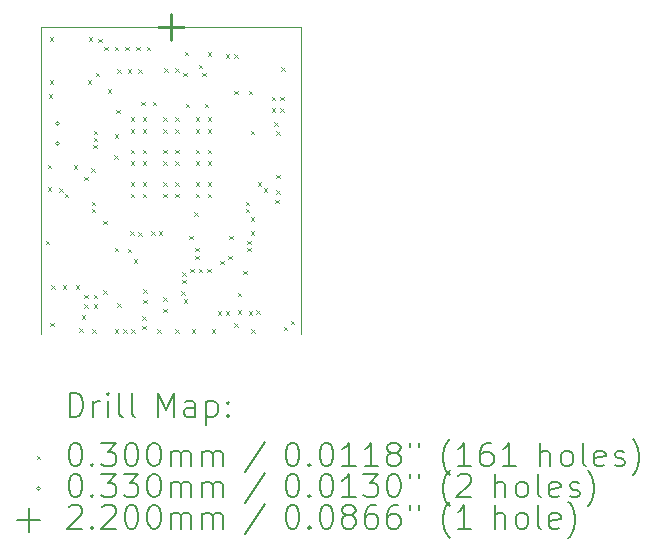
<source format=gbr>
%TF.GenerationSoftware,KiCad,Pcbnew,(7.0.0-rc2-153-g7d6218acb4)*%
%TF.CreationDate,2023-02-19T16:48:31+08:00*%
%TF.ProjectId,RAK3172-M.2-2230-Mod,52414b33-3137-4322-9d4d-2e322d323233,rev?*%
%TF.SameCoordinates,Original*%
%TF.FileFunction,Drillmap*%
%TF.FilePolarity,Positive*%
%FSLAX45Y45*%
G04 Gerber Fmt 4.5, Leading zero omitted, Abs format (unit mm)*
G04 Created by KiCad (PCBNEW (7.0.0-rc2-153-g7d6218acb4)) date 2023-02-19 16:48:31*
%MOMM*%
%LPD*%
G01*
G04 APERTURE LIST*
%ADD10C,0.100000*%
%ADD11C,0.200000*%
%ADD12C,0.030000*%
%ADD13C,0.033020*%
%ADD14C,0.220000*%
G04 APERTURE END LIST*
D10*
X13795000Y-10697500D02*
X13795000Y-8097500D01*
X13795000Y-8097500D02*
X15995000Y-8097500D01*
X15995000Y-8097500D02*
X15995000Y-10697500D01*
D11*
D12*
X13835000Y-9904500D02*
X13865000Y-9934500D01*
X13865000Y-9904500D02*
X13835000Y-9934500D01*
X13850000Y-9452500D02*
X13880000Y-9482500D01*
X13880000Y-9452500D02*
X13850000Y-9482500D01*
X13853000Y-9258500D02*
X13883000Y-9288500D01*
X13883000Y-9258500D02*
X13853000Y-9288500D01*
X13860000Y-8665500D02*
X13890000Y-8695500D01*
X13890000Y-8665500D02*
X13860000Y-8695500D01*
X13870000Y-8182500D02*
X13900000Y-8212500D01*
X13900000Y-8182500D02*
X13870000Y-8212500D01*
X13870000Y-8542500D02*
X13900000Y-8572500D01*
X13900000Y-8542500D02*
X13870000Y-8572500D01*
X13875000Y-10597500D02*
X13905000Y-10627500D01*
X13905000Y-10597500D02*
X13875000Y-10627500D01*
X13880000Y-10282500D02*
X13910000Y-10312500D01*
X13910000Y-10282500D02*
X13880000Y-10312500D01*
X13950000Y-9457500D02*
X13980000Y-9487500D01*
X13980000Y-9457500D02*
X13950000Y-9487500D01*
X13980000Y-10282500D02*
X14010000Y-10312500D01*
X14010000Y-10282500D02*
X13980000Y-10312500D01*
X13995000Y-9507500D02*
X14025000Y-9537500D01*
X14025000Y-9507500D02*
X13995000Y-9537500D01*
X14070000Y-9262500D02*
X14100000Y-9292500D01*
X14100000Y-9262500D02*
X14070000Y-9292500D01*
X14090000Y-10282500D02*
X14120000Y-10312500D01*
X14120000Y-10282500D02*
X14090000Y-10312500D01*
X14120000Y-10642500D02*
X14150000Y-10672500D01*
X14150000Y-10642500D02*
X14120000Y-10672500D01*
X14140000Y-10532500D02*
X14170000Y-10562500D01*
X14170000Y-10532500D02*
X14140000Y-10562500D01*
X14160000Y-9362500D02*
X14190000Y-9392500D01*
X14190000Y-9362500D02*
X14160000Y-9392500D01*
X14160000Y-10362500D02*
X14190000Y-10392500D01*
X14190000Y-10362500D02*
X14160000Y-10392500D01*
X14160000Y-10442500D02*
X14190000Y-10472500D01*
X14190000Y-10442500D02*
X14160000Y-10472500D01*
X14190000Y-8542500D02*
X14220000Y-8572500D01*
X14220000Y-8542500D02*
X14190000Y-8572500D01*
X14200000Y-8182500D02*
X14230000Y-8212500D01*
X14230000Y-8182500D02*
X14200000Y-8212500D01*
X14220000Y-9287500D02*
X14250000Y-9317500D01*
X14250000Y-9287500D02*
X14220000Y-9317500D01*
X14225000Y-9572500D02*
X14255000Y-9602500D01*
X14255000Y-9572500D02*
X14225000Y-9602500D01*
X14225000Y-9632500D02*
X14255000Y-9662500D01*
X14255000Y-9632500D02*
X14225000Y-9662500D01*
X14230000Y-10652500D02*
X14260000Y-10682500D01*
X14260000Y-10652500D02*
X14230000Y-10682500D01*
X14237650Y-9092500D02*
X14267650Y-9122500D01*
X14267650Y-9092500D02*
X14237650Y-9122500D01*
X14240000Y-8972500D02*
X14270000Y-9002500D01*
X14270000Y-8972500D02*
X14240000Y-9002500D01*
X14240000Y-9032500D02*
X14270000Y-9062500D01*
X14270000Y-9032500D02*
X14240000Y-9062500D01*
X14240000Y-10362500D02*
X14270000Y-10392500D01*
X14270000Y-10362500D02*
X14240000Y-10392500D01*
X14240000Y-10442500D02*
X14270000Y-10472500D01*
X14270000Y-10442500D02*
X14240000Y-10472500D01*
X14260000Y-8482500D02*
X14290000Y-8512500D01*
X14290000Y-8482500D02*
X14260000Y-8512500D01*
X14280000Y-8192500D02*
X14310000Y-8222500D01*
X14310000Y-8192500D02*
X14280000Y-8222500D01*
X14320000Y-9732500D02*
X14350000Y-9762500D01*
X14350000Y-9732500D02*
X14320000Y-9762500D01*
X14320000Y-10322500D02*
X14350000Y-10352500D01*
X14350000Y-10322500D02*
X14320000Y-10352500D01*
X14330000Y-8262500D02*
X14360000Y-8292500D01*
X14360000Y-8262500D02*
X14330000Y-8292500D01*
X14360000Y-8622500D02*
X14390000Y-8652500D01*
X14390000Y-8622500D02*
X14360000Y-8652500D01*
X14415000Y-9177500D02*
X14445000Y-9207500D01*
X14445000Y-9177500D02*
X14415000Y-9207500D01*
X14420000Y-8262500D02*
X14450000Y-8292500D01*
X14450000Y-8262500D02*
X14420000Y-8292500D01*
X14420000Y-9002500D02*
X14450000Y-9032500D01*
X14450000Y-9002500D02*
X14420000Y-9032500D01*
X14420000Y-9962500D02*
X14450000Y-9992500D01*
X14450000Y-9962500D02*
X14420000Y-9992500D01*
X14420000Y-10652500D02*
X14450000Y-10682500D01*
X14450000Y-10652500D02*
X14420000Y-10682500D01*
X14430611Y-8796263D02*
X14460611Y-8826263D01*
X14460611Y-8796263D02*
X14430611Y-8826263D01*
X14440000Y-8452500D02*
X14470000Y-8482500D01*
X14470000Y-8452500D02*
X14440000Y-8482500D01*
X14440000Y-10432500D02*
X14470000Y-10462500D01*
X14470000Y-10432500D02*
X14440000Y-10462500D01*
X14490000Y-10652500D02*
X14520000Y-10682500D01*
X14520000Y-10652500D02*
X14490000Y-10682500D01*
X14510000Y-8262500D02*
X14540000Y-8292500D01*
X14540000Y-8262500D02*
X14510000Y-8292500D01*
X14530000Y-8452500D02*
X14560000Y-8482500D01*
X14560000Y-8452500D02*
X14530000Y-8482500D01*
X14530000Y-9972500D02*
X14560000Y-10002500D01*
X14560000Y-9972500D02*
X14530000Y-10002500D01*
X14550000Y-9822500D02*
X14580000Y-9852500D01*
X14580000Y-9822500D02*
X14550000Y-9852500D01*
X14555000Y-8857500D02*
X14585000Y-8887500D01*
X14585000Y-8857500D02*
X14555000Y-8887500D01*
X14555000Y-8957500D02*
X14585000Y-8987500D01*
X14585000Y-8957500D02*
X14555000Y-8987500D01*
X14555000Y-9132500D02*
X14585000Y-9162500D01*
X14585000Y-9132500D02*
X14555000Y-9162500D01*
X14555000Y-9232500D02*
X14585000Y-9262500D01*
X14585000Y-9232500D02*
X14555000Y-9262500D01*
X14555000Y-9407500D02*
X14585000Y-9437500D01*
X14585000Y-9407500D02*
X14555000Y-9437500D01*
X14555000Y-9507500D02*
X14585000Y-9537500D01*
X14585000Y-9507500D02*
X14555000Y-9537500D01*
X14560000Y-10652500D02*
X14590000Y-10682500D01*
X14590000Y-10652500D02*
X14560000Y-10682500D01*
X14580000Y-10062500D02*
X14610000Y-10092500D01*
X14610000Y-10062500D02*
X14580000Y-10092500D01*
X14600000Y-8262500D02*
X14630000Y-8292500D01*
X14630000Y-8262500D02*
X14600000Y-8292500D01*
X14620000Y-8452500D02*
X14650000Y-8482500D01*
X14650000Y-8452500D02*
X14620000Y-8482500D01*
X14620000Y-9832500D02*
X14650000Y-9862500D01*
X14650000Y-9832500D02*
X14620000Y-9862500D01*
X14645000Y-8727500D02*
X14675000Y-8757500D01*
X14675000Y-8727500D02*
X14645000Y-8757500D01*
X14650000Y-10542500D02*
X14680000Y-10572500D01*
X14680000Y-10542500D02*
X14650000Y-10572500D01*
X14650000Y-10622500D02*
X14680000Y-10652500D01*
X14680000Y-10622500D02*
X14650000Y-10652500D01*
X14655000Y-8857500D02*
X14685000Y-8887500D01*
X14685000Y-8857500D02*
X14655000Y-8887500D01*
X14655000Y-8957500D02*
X14685000Y-8987500D01*
X14685000Y-8957500D02*
X14655000Y-8987500D01*
X14655000Y-9132500D02*
X14685000Y-9162500D01*
X14685000Y-9132500D02*
X14655000Y-9162500D01*
X14655000Y-9232500D02*
X14685000Y-9262500D01*
X14685000Y-9232500D02*
X14655000Y-9262500D01*
X14655000Y-9407500D02*
X14685000Y-9437500D01*
X14685000Y-9407500D02*
X14655000Y-9437500D01*
X14655000Y-9507500D02*
X14685000Y-9537500D01*
X14685000Y-9507500D02*
X14655000Y-9537500D01*
X14660000Y-10312500D02*
X14690000Y-10342500D01*
X14690000Y-10312500D02*
X14660000Y-10342500D01*
X14660000Y-10402500D02*
X14690000Y-10432500D01*
X14690000Y-10402500D02*
X14660000Y-10432500D01*
X14690000Y-8262500D02*
X14720000Y-8292500D01*
X14720000Y-8262500D02*
X14690000Y-8292500D01*
X14730000Y-9822500D02*
X14760000Y-9852500D01*
X14760000Y-9822500D02*
X14730000Y-9852500D01*
X14740000Y-8727500D02*
X14770000Y-8757500D01*
X14770000Y-8727500D02*
X14740000Y-8757500D01*
X14780000Y-10652500D02*
X14810000Y-10682500D01*
X14810000Y-10652500D02*
X14780000Y-10682500D01*
X14790000Y-9822500D02*
X14820000Y-9852500D01*
X14820000Y-9822500D02*
X14790000Y-9852500D01*
X14830000Y-8857500D02*
X14860000Y-8887500D01*
X14860000Y-8857500D02*
X14830000Y-8887500D01*
X14830000Y-8957500D02*
X14860000Y-8987500D01*
X14860000Y-8957500D02*
X14830000Y-8987500D01*
X14830000Y-9132500D02*
X14860000Y-9162500D01*
X14860000Y-9132500D02*
X14830000Y-9162500D01*
X14830000Y-9232500D02*
X14860000Y-9262500D01*
X14860000Y-9232500D02*
X14830000Y-9262500D01*
X14830000Y-9407500D02*
X14860000Y-9437500D01*
X14860000Y-9407500D02*
X14830000Y-9437500D01*
X14830000Y-9507500D02*
X14860000Y-9537500D01*
X14860000Y-9507500D02*
X14830000Y-9537500D01*
X14830000Y-10382500D02*
X14860000Y-10412500D01*
X14860000Y-10382500D02*
X14830000Y-10412500D01*
X14830065Y-10481000D02*
X14860065Y-10511000D01*
X14860065Y-10481000D02*
X14830065Y-10511000D01*
X14840000Y-8442500D02*
X14870000Y-8472500D01*
X14870000Y-8442500D02*
X14840000Y-8472500D01*
X14930000Y-8442500D02*
X14960000Y-8472500D01*
X14960000Y-8442500D02*
X14930000Y-8472500D01*
X14930000Y-8857500D02*
X14960000Y-8887500D01*
X14960000Y-8857500D02*
X14930000Y-8887500D01*
X14930000Y-8957500D02*
X14960000Y-8987500D01*
X14960000Y-8957500D02*
X14930000Y-8987500D01*
X14930000Y-9132500D02*
X14960000Y-9162500D01*
X14960000Y-9132500D02*
X14930000Y-9162500D01*
X14930000Y-9232500D02*
X14960000Y-9262500D01*
X14960000Y-9232500D02*
X14930000Y-9262500D01*
X14930000Y-9407500D02*
X14960000Y-9437500D01*
X14960000Y-9407500D02*
X14930000Y-9437500D01*
X14930000Y-9507500D02*
X14960000Y-9537500D01*
X14960000Y-9507500D02*
X14930000Y-9537500D01*
X14930000Y-10652500D02*
X14960000Y-10682500D01*
X14960000Y-10652500D02*
X14930000Y-10682500D01*
X14981075Y-10330191D02*
X15011075Y-10360191D01*
X15011075Y-10330191D02*
X14981075Y-10360191D01*
X14990000Y-10172500D02*
X15020000Y-10202500D01*
X15020000Y-10172500D02*
X14990000Y-10202500D01*
X14990000Y-10232500D02*
X15020000Y-10262500D01*
X15020000Y-10232500D02*
X14990000Y-10262500D01*
X15000000Y-8482500D02*
X15030000Y-8512500D01*
X15030000Y-8482500D02*
X15000000Y-8512500D01*
X15004000Y-10397500D02*
X15034000Y-10427500D01*
X15034000Y-10397500D02*
X15004000Y-10427500D01*
X15010000Y-8302500D02*
X15040000Y-8332500D01*
X15040000Y-8302500D02*
X15010000Y-8332500D01*
X15020000Y-8742500D02*
X15050000Y-8772500D01*
X15050000Y-8742500D02*
X15020000Y-8772500D01*
X15050000Y-9862500D02*
X15080000Y-9892500D01*
X15080000Y-9862500D02*
X15050000Y-9892500D01*
X15060000Y-10142500D02*
X15090000Y-10172500D01*
X15090000Y-10142500D02*
X15060000Y-10172500D01*
X15070000Y-10652500D02*
X15100000Y-10682500D01*
X15100000Y-10652500D02*
X15070000Y-10682500D01*
X15090000Y-9662500D02*
X15120000Y-9692500D01*
X15120000Y-9662500D02*
X15090000Y-9692500D01*
X15100000Y-9962500D02*
X15130000Y-9992500D01*
X15130000Y-9962500D02*
X15100000Y-9992500D01*
X15100000Y-10032500D02*
X15130000Y-10062500D01*
X15130000Y-10032500D02*
X15100000Y-10062500D01*
X15105000Y-8857500D02*
X15135000Y-8887500D01*
X15135000Y-8857500D02*
X15105000Y-8887500D01*
X15105000Y-8957500D02*
X15135000Y-8987500D01*
X15135000Y-8957500D02*
X15105000Y-8987500D01*
X15105000Y-9132500D02*
X15135000Y-9162500D01*
X15135000Y-9132500D02*
X15105000Y-9162500D01*
X15105000Y-9232500D02*
X15135000Y-9262500D01*
X15135000Y-9232500D02*
X15105000Y-9262500D01*
X15105000Y-9407500D02*
X15135000Y-9437500D01*
X15135000Y-9407500D02*
X15105000Y-9437500D01*
X15105000Y-9507500D02*
X15135000Y-9537500D01*
X15135000Y-9507500D02*
X15105000Y-9537500D01*
X15130000Y-8412500D02*
X15160000Y-8442500D01*
X15160000Y-8412500D02*
X15130000Y-8442500D01*
X15130000Y-10142500D02*
X15160000Y-10172500D01*
X15160000Y-10142500D02*
X15130000Y-10172500D01*
X15160000Y-8482500D02*
X15190000Y-8512500D01*
X15190000Y-8482500D02*
X15160000Y-8512500D01*
X15180000Y-8742500D02*
X15210000Y-8772500D01*
X15210000Y-8742500D02*
X15180000Y-8772500D01*
X15200000Y-10142500D02*
X15230000Y-10172500D01*
X15230000Y-10142500D02*
X15200000Y-10172500D01*
X15205000Y-8307500D02*
X15235000Y-8337500D01*
X15235000Y-8307500D02*
X15205000Y-8337500D01*
X15205000Y-8857500D02*
X15235000Y-8887500D01*
X15235000Y-8857500D02*
X15205000Y-8887500D01*
X15205000Y-8957500D02*
X15235000Y-8987500D01*
X15235000Y-8957500D02*
X15205000Y-8987500D01*
X15205000Y-9132500D02*
X15235000Y-9162500D01*
X15235000Y-9132500D02*
X15205000Y-9162500D01*
X15205000Y-9232500D02*
X15235000Y-9262500D01*
X15235000Y-9232500D02*
X15205000Y-9262500D01*
X15205000Y-9407500D02*
X15235000Y-9437500D01*
X15235000Y-9407500D02*
X15205000Y-9437500D01*
X15205000Y-9507500D02*
X15235000Y-9537500D01*
X15235000Y-9507500D02*
X15205000Y-9537500D01*
X15240000Y-10652500D02*
X15270000Y-10682500D01*
X15270000Y-10652500D02*
X15240000Y-10682500D01*
X15290000Y-10502500D02*
X15320000Y-10532500D01*
X15320000Y-10502500D02*
X15290000Y-10532500D01*
X15310000Y-10072500D02*
X15340000Y-10102500D01*
X15340000Y-10072500D02*
X15310000Y-10102500D01*
X15360000Y-8322500D02*
X15390000Y-8352500D01*
X15390000Y-8322500D02*
X15360000Y-8352500D01*
X15360000Y-10502500D02*
X15390000Y-10532500D01*
X15390000Y-10502500D02*
X15360000Y-10532500D01*
X15380000Y-10032500D02*
X15410000Y-10062500D01*
X15410000Y-10032500D02*
X15380000Y-10062500D01*
X15390000Y-9862500D02*
X15420000Y-9892500D01*
X15420000Y-9862500D02*
X15390000Y-9892500D01*
X15430000Y-8322500D02*
X15460000Y-8352500D01*
X15460000Y-8322500D02*
X15430000Y-8352500D01*
X15430000Y-8632500D02*
X15460000Y-8662500D01*
X15460000Y-8632500D02*
X15430000Y-8662500D01*
X15430000Y-10602500D02*
X15460000Y-10632500D01*
X15460000Y-10602500D02*
X15430000Y-10632500D01*
X15460000Y-10342500D02*
X15490000Y-10372500D01*
X15490000Y-10342500D02*
X15460000Y-10372500D01*
X15460000Y-10493347D02*
X15490000Y-10523347D01*
X15490000Y-10493347D02*
X15460000Y-10523347D01*
X15508258Y-10157500D02*
X15538258Y-10187500D01*
X15538258Y-10157500D02*
X15508258Y-10187500D01*
X15530000Y-9572500D02*
X15560000Y-9602500D01*
X15560000Y-9572500D02*
X15530000Y-9602500D01*
X15530000Y-9632500D02*
X15560000Y-9662500D01*
X15560000Y-9632500D02*
X15530000Y-9662500D01*
X15540000Y-9902500D02*
X15570000Y-9932500D01*
X15570000Y-9902500D02*
X15540000Y-9932500D01*
X15540000Y-9962500D02*
X15570000Y-9992500D01*
X15570000Y-9962500D02*
X15540000Y-9992500D01*
X15555000Y-8632500D02*
X15585000Y-8662500D01*
X15585000Y-8632500D02*
X15555000Y-8662500D01*
X15555000Y-10502500D02*
X15585000Y-10532500D01*
X15585000Y-10502500D02*
X15555000Y-10532500D01*
X15570000Y-8972500D02*
X15600000Y-9002500D01*
X15600000Y-8972500D02*
X15570000Y-9002500D01*
X15570000Y-9702500D02*
X15600000Y-9732500D01*
X15600000Y-9702500D02*
X15570000Y-9732500D01*
X15570000Y-9822500D02*
X15600000Y-9852500D01*
X15600000Y-9822500D02*
X15570000Y-9852500D01*
X15575267Y-10653095D02*
X15605267Y-10683095D01*
X15605267Y-10653095D02*
X15575267Y-10683095D01*
X15617838Y-10492702D02*
X15647838Y-10522702D01*
X15647838Y-10492702D02*
X15617838Y-10522702D01*
X15630000Y-9407500D02*
X15660000Y-9437500D01*
X15660000Y-9407500D02*
X15630000Y-9437500D01*
X15680000Y-9457500D02*
X15710000Y-9487500D01*
X15710000Y-9457500D02*
X15680000Y-9487500D01*
X15750000Y-8682500D02*
X15780000Y-8712500D01*
X15780000Y-8682500D02*
X15750000Y-8712500D01*
X15750000Y-8782500D02*
X15780000Y-8812500D01*
X15780000Y-8782500D02*
X15750000Y-8812500D01*
X15770000Y-8902500D02*
X15800000Y-8932500D01*
X15800000Y-8902500D02*
X15770000Y-8932500D01*
X15780000Y-9557500D02*
X15810000Y-9587500D01*
X15810000Y-9557500D02*
X15780000Y-9587500D01*
X15784616Y-8978183D02*
X15814616Y-9008183D01*
X15814616Y-8978183D02*
X15784616Y-9008183D01*
X15784616Y-9344766D02*
X15814616Y-9374766D01*
X15814616Y-9344766D02*
X15784616Y-9374766D01*
X15785046Y-9476348D02*
X15815046Y-9506348D01*
X15815046Y-9476348D02*
X15785046Y-9506348D01*
X15820000Y-8682500D02*
X15850000Y-8712500D01*
X15850000Y-8682500D02*
X15820000Y-8712500D01*
X15820000Y-8782500D02*
X15850000Y-8812500D01*
X15850000Y-8782500D02*
X15820000Y-8812500D01*
X15830000Y-8432500D02*
X15860000Y-8462500D01*
X15860000Y-8432500D02*
X15830000Y-8462500D01*
X15850000Y-10632500D02*
X15880000Y-10662500D01*
X15880000Y-10632500D02*
X15850000Y-10662500D01*
X15910000Y-10582500D02*
X15940000Y-10612500D01*
X15940000Y-10582500D02*
X15910000Y-10612500D01*
D13*
X13951510Y-8912500D02*
G75*
G03*
X13951510Y-8912500I-16510J0D01*
G01*
X13951510Y-9077500D02*
G75*
G03*
X13951510Y-9077500I-16510J0D01*
G01*
D14*
X14895000Y-7987500D02*
X14895000Y-8207500D01*
X14785000Y-8097500D02*
X15005000Y-8097500D01*
D11*
X14037619Y-11393476D02*
X14037619Y-11193476D01*
X14037619Y-11193476D02*
X14085238Y-11193476D01*
X14085238Y-11193476D02*
X14113809Y-11203000D01*
X14113809Y-11203000D02*
X14132857Y-11222048D01*
X14132857Y-11222048D02*
X14142381Y-11241095D01*
X14142381Y-11241095D02*
X14151905Y-11279190D01*
X14151905Y-11279190D02*
X14151905Y-11307762D01*
X14151905Y-11307762D02*
X14142381Y-11345857D01*
X14142381Y-11345857D02*
X14132857Y-11364905D01*
X14132857Y-11364905D02*
X14113809Y-11383952D01*
X14113809Y-11383952D02*
X14085238Y-11393476D01*
X14085238Y-11393476D02*
X14037619Y-11393476D01*
X14237619Y-11393476D02*
X14237619Y-11260143D01*
X14237619Y-11298238D02*
X14247143Y-11279190D01*
X14247143Y-11279190D02*
X14256667Y-11269667D01*
X14256667Y-11269667D02*
X14275714Y-11260143D01*
X14275714Y-11260143D02*
X14294762Y-11260143D01*
X14361428Y-11393476D02*
X14361428Y-11260143D01*
X14361428Y-11193476D02*
X14351905Y-11203000D01*
X14351905Y-11203000D02*
X14361428Y-11212524D01*
X14361428Y-11212524D02*
X14370952Y-11203000D01*
X14370952Y-11203000D02*
X14361428Y-11193476D01*
X14361428Y-11193476D02*
X14361428Y-11212524D01*
X14485238Y-11393476D02*
X14466190Y-11383952D01*
X14466190Y-11383952D02*
X14456667Y-11364905D01*
X14456667Y-11364905D02*
X14456667Y-11193476D01*
X14590000Y-11393476D02*
X14570952Y-11383952D01*
X14570952Y-11383952D02*
X14561428Y-11364905D01*
X14561428Y-11364905D02*
X14561428Y-11193476D01*
X14786190Y-11393476D02*
X14786190Y-11193476D01*
X14786190Y-11193476D02*
X14852857Y-11336333D01*
X14852857Y-11336333D02*
X14919524Y-11193476D01*
X14919524Y-11193476D02*
X14919524Y-11393476D01*
X15100476Y-11393476D02*
X15100476Y-11288714D01*
X15100476Y-11288714D02*
X15090952Y-11269667D01*
X15090952Y-11269667D02*
X15071905Y-11260143D01*
X15071905Y-11260143D02*
X15033809Y-11260143D01*
X15033809Y-11260143D02*
X15014762Y-11269667D01*
X15100476Y-11383952D02*
X15081428Y-11393476D01*
X15081428Y-11393476D02*
X15033809Y-11393476D01*
X15033809Y-11393476D02*
X15014762Y-11383952D01*
X15014762Y-11383952D02*
X15005238Y-11364905D01*
X15005238Y-11364905D02*
X15005238Y-11345857D01*
X15005238Y-11345857D02*
X15014762Y-11326809D01*
X15014762Y-11326809D02*
X15033809Y-11317286D01*
X15033809Y-11317286D02*
X15081428Y-11317286D01*
X15081428Y-11317286D02*
X15100476Y-11307762D01*
X15195714Y-11260143D02*
X15195714Y-11460143D01*
X15195714Y-11269667D02*
X15214762Y-11260143D01*
X15214762Y-11260143D02*
X15252857Y-11260143D01*
X15252857Y-11260143D02*
X15271905Y-11269667D01*
X15271905Y-11269667D02*
X15281428Y-11279190D01*
X15281428Y-11279190D02*
X15290952Y-11298238D01*
X15290952Y-11298238D02*
X15290952Y-11355381D01*
X15290952Y-11355381D02*
X15281428Y-11374428D01*
X15281428Y-11374428D02*
X15271905Y-11383952D01*
X15271905Y-11383952D02*
X15252857Y-11393476D01*
X15252857Y-11393476D02*
X15214762Y-11393476D01*
X15214762Y-11393476D02*
X15195714Y-11383952D01*
X15376667Y-11374428D02*
X15386190Y-11383952D01*
X15386190Y-11383952D02*
X15376667Y-11393476D01*
X15376667Y-11393476D02*
X15367143Y-11383952D01*
X15367143Y-11383952D02*
X15376667Y-11374428D01*
X15376667Y-11374428D02*
X15376667Y-11393476D01*
X15376667Y-11269667D02*
X15386190Y-11279190D01*
X15386190Y-11279190D02*
X15376667Y-11288714D01*
X15376667Y-11288714D02*
X15367143Y-11279190D01*
X15367143Y-11279190D02*
X15376667Y-11269667D01*
X15376667Y-11269667D02*
X15376667Y-11288714D01*
D12*
X13760000Y-11725000D02*
X13790000Y-11755000D01*
X13790000Y-11725000D02*
X13760000Y-11755000D01*
D11*
X14075714Y-11613476D02*
X14094762Y-11613476D01*
X14094762Y-11613476D02*
X14113809Y-11623000D01*
X14113809Y-11623000D02*
X14123333Y-11632524D01*
X14123333Y-11632524D02*
X14132857Y-11651571D01*
X14132857Y-11651571D02*
X14142381Y-11689667D01*
X14142381Y-11689667D02*
X14142381Y-11737286D01*
X14142381Y-11737286D02*
X14132857Y-11775381D01*
X14132857Y-11775381D02*
X14123333Y-11794428D01*
X14123333Y-11794428D02*
X14113809Y-11803952D01*
X14113809Y-11803952D02*
X14094762Y-11813476D01*
X14094762Y-11813476D02*
X14075714Y-11813476D01*
X14075714Y-11813476D02*
X14056667Y-11803952D01*
X14056667Y-11803952D02*
X14047143Y-11794428D01*
X14047143Y-11794428D02*
X14037619Y-11775381D01*
X14037619Y-11775381D02*
X14028095Y-11737286D01*
X14028095Y-11737286D02*
X14028095Y-11689667D01*
X14028095Y-11689667D02*
X14037619Y-11651571D01*
X14037619Y-11651571D02*
X14047143Y-11632524D01*
X14047143Y-11632524D02*
X14056667Y-11623000D01*
X14056667Y-11623000D02*
X14075714Y-11613476D01*
X14228095Y-11794428D02*
X14237619Y-11803952D01*
X14237619Y-11803952D02*
X14228095Y-11813476D01*
X14228095Y-11813476D02*
X14218571Y-11803952D01*
X14218571Y-11803952D02*
X14228095Y-11794428D01*
X14228095Y-11794428D02*
X14228095Y-11813476D01*
X14304286Y-11613476D02*
X14428095Y-11613476D01*
X14428095Y-11613476D02*
X14361428Y-11689667D01*
X14361428Y-11689667D02*
X14390000Y-11689667D01*
X14390000Y-11689667D02*
X14409048Y-11699190D01*
X14409048Y-11699190D02*
X14418571Y-11708714D01*
X14418571Y-11708714D02*
X14428095Y-11727762D01*
X14428095Y-11727762D02*
X14428095Y-11775381D01*
X14428095Y-11775381D02*
X14418571Y-11794428D01*
X14418571Y-11794428D02*
X14409048Y-11803952D01*
X14409048Y-11803952D02*
X14390000Y-11813476D01*
X14390000Y-11813476D02*
X14332857Y-11813476D01*
X14332857Y-11813476D02*
X14313809Y-11803952D01*
X14313809Y-11803952D02*
X14304286Y-11794428D01*
X14551905Y-11613476D02*
X14570952Y-11613476D01*
X14570952Y-11613476D02*
X14590000Y-11623000D01*
X14590000Y-11623000D02*
X14599524Y-11632524D01*
X14599524Y-11632524D02*
X14609048Y-11651571D01*
X14609048Y-11651571D02*
X14618571Y-11689667D01*
X14618571Y-11689667D02*
X14618571Y-11737286D01*
X14618571Y-11737286D02*
X14609048Y-11775381D01*
X14609048Y-11775381D02*
X14599524Y-11794428D01*
X14599524Y-11794428D02*
X14590000Y-11803952D01*
X14590000Y-11803952D02*
X14570952Y-11813476D01*
X14570952Y-11813476D02*
X14551905Y-11813476D01*
X14551905Y-11813476D02*
X14532857Y-11803952D01*
X14532857Y-11803952D02*
X14523333Y-11794428D01*
X14523333Y-11794428D02*
X14513809Y-11775381D01*
X14513809Y-11775381D02*
X14504286Y-11737286D01*
X14504286Y-11737286D02*
X14504286Y-11689667D01*
X14504286Y-11689667D02*
X14513809Y-11651571D01*
X14513809Y-11651571D02*
X14523333Y-11632524D01*
X14523333Y-11632524D02*
X14532857Y-11623000D01*
X14532857Y-11623000D02*
X14551905Y-11613476D01*
X14742381Y-11613476D02*
X14761429Y-11613476D01*
X14761429Y-11613476D02*
X14780476Y-11623000D01*
X14780476Y-11623000D02*
X14790000Y-11632524D01*
X14790000Y-11632524D02*
X14799524Y-11651571D01*
X14799524Y-11651571D02*
X14809048Y-11689667D01*
X14809048Y-11689667D02*
X14809048Y-11737286D01*
X14809048Y-11737286D02*
X14799524Y-11775381D01*
X14799524Y-11775381D02*
X14790000Y-11794428D01*
X14790000Y-11794428D02*
X14780476Y-11803952D01*
X14780476Y-11803952D02*
X14761429Y-11813476D01*
X14761429Y-11813476D02*
X14742381Y-11813476D01*
X14742381Y-11813476D02*
X14723333Y-11803952D01*
X14723333Y-11803952D02*
X14713809Y-11794428D01*
X14713809Y-11794428D02*
X14704286Y-11775381D01*
X14704286Y-11775381D02*
X14694762Y-11737286D01*
X14694762Y-11737286D02*
X14694762Y-11689667D01*
X14694762Y-11689667D02*
X14704286Y-11651571D01*
X14704286Y-11651571D02*
X14713809Y-11632524D01*
X14713809Y-11632524D02*
X14723333Y-11623000D01*
X14723333Y-11623000D02*
X14742381Y-11613476D01*
X14894762Y-11813476D02*
X14894762Y-11680143D01*
X14894762Y-11699190D02*
X14904286Y-11689667D01*
X14904286Y-11689667D02*
X14923333Y-11680143D01*
X14923333Y-11680143D02*
X14951905Y-11680143D01*
X14951905Y-11680143D02*
X14970952Y-11689667D01*
X14970952Y-11689667D02*
X14980476Y-11708714D01*
X14980476Y-11708714D02*
X14980476Y-11813476D01*
X14980476Y-11708714D02*
X14990000Y-11689667D01*
X14990000Y-11689667D02*
X15009048Y-11680143D01*
X15009048Y-11680143D02*
X15037619Y-11680143D01*
X15037619Y-11680143D02*
X15056667Y-11689667D01*
X15056667Y-11689667D02*
X15066190Y-11708714D01*
X15066190Y-11708714D02*
X15066190Y-11813476D01*
X15161429Y-11813476D02*
X15161429Y-11680143D01*
X15161429Y-11699190D02*
X15170952Y-11689667D01*
X15170952Y-11689667D02*
X15190000Y-11680143D01*
X15190000Y-11680143D02*
X15218571Y-11680143D01*
X15218571Y-11680143D02*
X15237619Y-11689667D01*
X15237619Y-11689667D02*
X15247143Y-11708714D01*
X15247143Y-11708714D02*
X15247143Y-11813476D01*
X15247143Y-11708714D02*
X15256667Y-11689667D01*
X15256667Y-11689667D02*
X15275714Y-11680143D01*
X15275714Y-11680143D02*
X15304286Y-11680143D01*
X15304286Y-11680143D02*
X15323333Y-11689667D01*
X15323333Y-11689667D02*
X15332857Y-11708714D01*
X15332857Y-11708714D02*
X15332857Y-11813476D01*
X15690952Y-11603952D02*
X15519524Y-11861095D01*
X15915714Y-11613476D02*
X15934762Y-11613476D01*
X15934762Y-11613476D02*
X15953810Y-11623000D01*
X15953810Y-11623000D02*
X15963333Y-11632524D01*
X15963333Y-11632524D02*
X15972857Y-11651571D01*
X15972857Y-11651571D02*
X15982381Y-11689667D01*
X15982381Y-11689667D02*
X15982381Y-11737286D01*
X15982381Y-11737286D02*
X15972857Y-11775381D01*
X15972857Y-11775381D02*
X15963333Y-11794428D01*
X15963333Y-11794428D02*
X15953810Y-11803952D01*
X15953810Y-11803952D02*
X15934762Y-11813476D01*
X15934762Y-11813476D02*
X15915714Y-11813476D01*
X15915714Y-11813476D02*
X15896667Y-11803952D01*
X15896667Y-11803952D02*
X15887143Y-11794428D01*
X15887143Y-11794428D02*
X15877619Y-11775381D01*
X15877619Y-11775381D02*
X15868095Y-11737286D01*
X15868095Y-11737286D02*
X15868095Y-11689667D01*
X15868095Y-11689667D02*
X15877619Y-11651571D01*
X15877619Y-11651571D02*
X15887143Y-11632524D01*
X15887143Y-11632524D02*
X15896667Y-11623000D01*
X15896667Y-11623000D02*
X15915714Y-11613476D01*
X16068095Y-11794428D02*
X16077619Y-11803952D01*
X16077619Y-11803952D02*
X16068095Y-11813476D01*
X16068095Y-11813476D02*
X16058571Y-11803952D01*
X16058571Y-11803952D02*
X16068095Y-11794428D01*
X16068095Y-11794428D02*
X16068095Y-11813476D01*
X16201429Y-11613476D02*
X16220476Y-11613476D01*
X16220476Y-11613476D02*
X16239524Y-11623000D01*
X16239524Y-11623000D02*
X16249048Y-11632524D01*
X16249048Y-11632524D02*
X16258571Y-11651571D01*
X16258571Y-11651571D02*
X16268095Y-11689667D01*
X16268095Y-11689667D02*
X16268095Y-11737286D01*
X16268095Y-11737286D02*
X16258571Y-11775381D01*
X16258571Y-11775381D02*
X16249048Y-11794428D01*
X16249048Y-11794428D02*
X16239524Y-11803952D01*
X16239524Y-11803952D02*
X16220476Y-11813476D01*
X16220476Y-11813476D02*
X16201429Y-11813476D01*
X16201429Y-11813476D02*
X16182381Y-11803952D01*
X16182381Y-11803952D02*
X16172857Y-11794428D01*
X16172857Y-11794428D02*
X16163333Y-11775381D01*
X16163333Y-11775381D02*
X16153810Y-11737286D01*
X16153810Y-11737286D02*
X16153810Y-11689667D01*
X16153810Y-11689667D02*
X16163333Y-11651571D01*
X16163333Y-11651571D02*
X16172857Y-11632524D01*
X16172857Y-11632524D02*
X16182381Y-11623000D01*
X16182381Y-11623000D02*
X16201429Y-11613476D01*
X16458571Y-11813476D02*
X16344286Y-11813476D01*
X16401429Y-11813476D02*
X16401429Y-11613476D01*
X16401429Y-11613476D02*
X16382381Y-11642048D01*
X16382381Y-11642048D02*
X16363333Y-11661095D01*
X16363333Y-11661095D02*
X16344286Y-11670619D01*
X16649048Y-11813476D02*
X16534762Y-11813476D01*
X16591905Y-11813476D02*
X16591905Y-11613476D01*
X16591905Y-11613476D02*
X16572857Y-11642048D01*
X16572857Y-11642048D02*
X16553810Y-11661095D01*
X16553810Y-11661095D02*
X16534762Y-11670619D01*
X16763333Y-11699190D02*
X16744286Y-11689667D01*
X16744286Y-11689667D02*
X16734762Y-11680143D01*
X16734762Y-11680143D02*
X16725238Y-11661095D01*
X16725238Y-11661095D02*
X16725238Y-11651571D01*
X16725238Y-11651571D02*
X16734762Y-11632524D01*
X16734762Y-11632524D02*
X16744286Y-11623000D01*
X16744286Y-11623000D02*
X16763333Y-11613476D01*
X16763333Y-11613476D02*
X16801429Y-11613476D01*
X16801429Y-11613476D02*
X16820476Y-11623000D01*
X16820476Y-11623000D02*
X16830000Y-11632524D01*
X16830000Y-11632524D02*
X16839524Y-11651571D01*
X16839524Y-11651571D02*
X16839524Y-11661095D01*
X16839524Y-11661095D02*
X16830000Y-11680143D01*
X16830000Y-11680143D02*
X16820476Y-11689667D01*
X16820476Y-11689667D02*
X16801429Y-11699190D01*
X16801429Y-11699190D02*
X16763333Y-11699190D01*
X16763333Y-11699190D02*
X16744286Y-11708714D01*
X16744286Y-11708714D02*
X16734762Y-11718238D01*
X16734762Y-11718238D02*
X16725238Y-11737286D01*
X16725238Y-11737286D02*
X16725238Y-11775381D01*
X16725238Y-11775381D02*
X16734762Y-11794428D01*
X16734762Y-11794428D02*
X16744286Y-11803952D01*
X16744286Y-11803952D02*
X16763333Y-11813476D01*
X16763333Y-11813476D02*
X16801429Y-11813476D01*
X16801429Y-11813476D02*
X16820476Y-11803952D01*
X16820476Y-11803952D02*
X16830000Y-11794428D01*
X16830000Y-11794428D02*
X16839524Y-11775381D01*
X16839524Y-11775381D02*
X16839524Y-11737286D01*
X16839524Y-11737286D02*
X16830000Y-11718238D01*
X16830000Y-11718238D02*
X16820476Y-11708714D01*
X16820476Y-11708714D02*
X16801429Y-11699190D01*
X16915714Y-11613476D02*
X16915714Y-11651571D01*
X16991905Y-11613476D02*
X16991905Y-11651571D01*
X17254762Y-11889667D02*
X17245238Y-11880143D01*
X17245238Y-11880143D02*
X17226191Y-11851571D01*
X17226191Y-11851571D02*
X17216667Y-11832524D01*
X17216667Y-11832524D02*
X17207143Y-11803952D01*
X17207143Y-11803952D02*
X17197619Y-11756333D01*
X17197619Y-11756333D02*
X17197619Y-11718238D01*
X17197619Y-11718238D02*
X17207143Y-11670619D01*
X17207143Y-11670619D02*
X17216667Y-11642048D01*
X17216667Y-11642048D02*
X17226191Y-11623000D01*
X17226191Y-11623000D02*
X17245238Y-11594428D01*
X17245238Y-11594428D02*
X17254762Y-11584905D01*
X17435714Y-11813476D02*
X17321429Y-11813476D01*
X17378572Y-11813476D02*
X17378572Y-11613476D01*
X17378572Y-11613476D02*
X17359524Y-11642048D01*
X17359524Y-11642048D02*
X17340476Y-11661095D01*
X17340476Y-11661095D02*
X17321429Y-11670619D01*
X17607143Y-11613476D02*
X17569048Y-11613476D01*
X17569048Y-11613476D02*
X17550000Y-11623000D01*
X17550000Y-11623000D02*
X17540476Y-11632524D01*
X17540476Y-11632524D02*
X17521429Y-11661095D01*
X17521429Y-11661095D02*
X17511905Y-11699190D01*
X17511905Y-11699190D02*
X17511905Y-11775381D01*
X17511905Y-11775381D02*
X17521429Y-11794428D01*
X17521429Y-11794428D02*
X17530953Y-11803952D01*
X17530953Y-11803952D02*
X17550000Y-11813476D01*
X17550000Y-11813476D02*
X17588095Y-11813476D01*
X17588095Y-11813476D02*
X17607143Y-11803952D01*
X17607143Y-11803952D02*
X17616667Y-11794428D01*
X17616667Y-11794428D02*
X17626191Y-11775381D01*
X17626191Y-11775381D02*
X17626191Y-11727762D01*
X17626191Y-11727762D02*
X17616667Y-11708714D01*
X17616667Y-11708714D02*
X17607143Y-11699190D01*
X17607143Y-11699190D02*
X17588095Y-11689667D01*
X17588095Y-11689667D02*
X17550000Y-11689667D01*
X17550000Y-11689667D02*
X17530953Y-11699190D01*
X17530953Y-11699190D02*
X17521429Y-11708714D01*
X17521429Y-11708714D02*
X17511905Y-11727762D01*
X17816667Y-11813476D02*
X17702381Y-11813476D01*
X17759524Y-11813476D02*
X17759524Y-11613476D01*
X17759524Y-11613476D02*
X17740476Y-11642048D01*
X17740476Y-11642048D02*
X17721429Y-11661095D01*
X17721429Y-11661095D02*
X17702381Y-11670619D01*
X18022381Y-11813476D02*
X18022381Y-11613476D01*
X18108095Y-11813476D02*
X18108095Y-11708714D01*
X18108095Y-11708714D02*
X18098572Y-11689667D01*
X18098572Y-11689667D02*
X18079524Y-11680143D01*
X18079524Y-11680143D02*
X18050953Y-11680143D01*
X18050953Y-11680143D02*
X18031905Y-11689667D01*
X18031905Y-11689667D02*
X18022381Y-11699190D01*
X18231905Y-11813476D02*
X18212857Y-11803952D01*
X18212857Y-11803952D02*
X18203334Y-11794428D01*
X18203334Y-11794428D02*
X18193810Y-11775381D01*
X18193810Y-11775381D02*
X18193810Y-11718238D01*
X18193810Y-11718238D02*
X18203334Y-11699190D01*
X18203334Y-11699190D02*
X18212857Y-11689667D01*
X18212857Y-11689667D02*
X18231905Y-11680143D01*
X18231905Y-11680143D02*
X18260476Y-11680143D01*
X18260476Y-11680143D02*
X18279524Y-11689667D01*
X18279524Y-11689667D02*
X18289048Y-11699190D01*
X18289048Y-11699190D02*
X18298572Y-11718238D01*
X18298572Y-11718238D02*
X18298572Y-11775381D01*
X18298572Y-11775381D02*
X18289048Y-11794428D01*
X18289048Y-11794428D02*
X18279524Y-11803952D01*
X18279524Y-11803952D02*
X18260476Y-11813476D01*
X18260476Y-11813476D02*
X18231905Y-11813476D01*
X18412857Y-11813476D02*
X18393810Y-11803952D01*
X18393810Y-11803952D02*
X18384286Y-11784905D01*
X18384286Y-11784905D02*
X18384286Y-11613476D01*
X18565238Y-11803952D02*
X18546191Y-11813476D01*
X18546191Y-11813476D02*
X18508095Y-11813476D01*
X18508095Y-11813476D02*
X18489048Y-11803952D01*
X18489048Y-11803952D02*
X18479524Y-11784905D01*
X18479524Y-11784905D02*
X18479524Y-11708714D01*
X18479524Y-11708714D02*
X18489048Y-11689667D01*
X18489048Y-11689667D02*
X18508095Y-11680143D01*
X18508095Y-11680143D02*
X18546191Y-11680143D01*
X18546191Y-11680143D02*
X18565238Y-11689667D01*
X18565238Y-11689667D02*
X18574762Y-11708714D01*
X18574762Y-11708714D02*
X18574762Y-11727762D01*
X18574762Y-11727762D02*
X18479524Y-11746809D01*
X18650953Y-11803952D02*
X18670000Y-11813476D01*
X18670000Y-11813476D02*
X18708095Y-11813476D01*
X18708095Y-11813476D02*
X18727143Y-11803952D01*
X18727143Y-11803952D02*
X18736667Y-11784905D01*
X18736667Y-11784905D02*
X18736667Y-11775381D01*
X18736667Y-11775381D02*
X18727143Y-11756333D01*
X18727143Y-11756333D02*
X18708095Y-11746809D01*
X18708095Y-11746809D02*
X18679524Y-11746809D01*
X18679524Y-11746809D02*
X18660476Y-11737286D01*
X18660476Y-11737286D02*
X18650953Y-11718238D01*
X18650953Y-11718238D02*
X18650953Y-11708714D01*
X18650953Y-11708714D02*
X18660476Y-11689667D01*
X18660476Y-11689667D02*
X18679524Y-11680143D01*
X18679524Y-11680143D02*
X18708095Y-11680143D01*
X18708095Y-11680143D02*
X18727143Y-11689667D01*
X18803334Y-11889667D02*
X18812857Y-11880143D01*
X18812857Y-11880143D02*
X18831905Y-11851571D01*
X18831905Y-11851571D02*
X18841429Y-11832524D01*
X18841429Y-11832524D02*
X18850953Y-11803952D01*
X18850953Y-11803952D02*
X18860476Y-11756333D01*
X18860476Y-11756333D02*
X18860476Y-11718238D01*
X18860476Y-11718238D02*
X18850953Y-11670619D01*
X18850953Y-11670619D02*
X18841429Y-11642048D01*
X18841429Y-11642048D02*
X18831905Y-11623000D01*
X18831905Y-11623000D02*
X18812857Y-11594428D01*
X18812857Y-11594428D02*
X18803334Y-11584905D01*
D13*
X13790000Y-12004000D02*
G75*
G03*
X13790000Y-12004000I-16510J0D01*
G01*
D11*
X14075714Y-11877476D02*
X14094762Y-11877476D01*
X14094762Y-11877476D02*
X14113809Y-11887000D01*
X14113809Y-11887000D02*
X14123333Y-11896524D01*
X14123333Y-11896524D02*
X14132857Y-11915571D01*
X14132857Y-11915571D02*
X14142381Y-11953667D01*
X14142381Y-11953667D02*
X14142381Y-12001286D01*
X14142381Y-12001286D02*
X14132857Y-12039381D01*
X14132857Y-12039381D02*
X14123333Y-12058428D01*
X14123333Y-12058428D02*
X14113809Y-12067952D01*
X14113809Y-12067952D02*
X14094762Y-12077476D01*
X14094762Y-12077476D02*
X14075714Y-12077476D01*
X14075714Y-12077476D02*
X14056667Y-12067952D01*
X14056667Y-12067952D02*
X14047143Y-12058428D01*
X14047143Y-12058428D02*
X14037619Y-12039381D01*
X14037619Y-12039381D02*
X14028095Y-12001286D01*
X14028095Y-12001286D02*
X14028095Y-11953667D01*
X14028095Y-11953667D02*
X14037619Y-11915571D01*
X14037619Y-11915571D02*
X14047143Y-11896524D01*
X14047143Y-11896524D02*
X14056667Y-11887000D01*
X14056667Y-11887000D02*
X14075714Y-11877476D01*
X14228095Y-12058428D02*
X14237619Y-12067952D01*
X14237619Y-12067952D02*
X14228095Y-12077476D01*
X14228095Y-12077476D02*
X14218571Y-12067952D01*
X14218571Y-12067952D02*
X14228095Y-12058428D01*
X14228095Y-12058428D02*
X14228095Y-12077476D01*
X14304286Y-11877476D02*
X14428095Y-11877476D01*
X14428095Y-11877476D02*
X14361428Y-11953667D01*
X14361428Y-11953667D02*
X14390000Y-11953667D01*
X14390000Y-11953667D02*
X14409048Y-11963190D01*
X14409048Y-11963190D02*
X14418571Y-11972714D01*
X14418571Y-11972714D02*
X14428095Y-11991762D01*
X14428095Y-11991762D02*
X14428095Y-12039381D01*
X14428095Y-12039381D02*
X14418571Y-12058428D01*
X14418571Y-12058428D02*
X14409048Y-12067952D01*
X14409048Y-12067952D02*
X14390000Y-12077476D01*
X14390000Y-12077476D02*
X14332857Y-12077476D01*
X14332857Y-12077476D02*
X14313809Y-12067952D01*
X14313809Y-12067952D02*
X14304286Y-12058428D01*
X14494762Y-11877476D02*
X14618571Y-11877476D01*
X14618571Y-11877476D02*
X14551905Y-11953667D01*
X14551905Y-11953667D02*
X14580476Y-11953667D01*
X14580476Y-11953667D02*
X14599524Y-11963190D01*
X14599524Y-11963190D02*
X14609048Y-11972714D01*
X14609048Y-11972714D02*
X14618571Y-11991762D01*
X14618571Y-11991762D02*
X14618571Y-12039381D01*
X14618571Y-12039381D02*
X14609048Y-12058428D01*
X14609048Y-12058428D02*
X14599524Y-12067952D01*
X14599524Y-12067952D02*
X14580476Y-12077476D01*
X14580476Y-12077476D02*
X14523333Y-12077476D01*
X14523333Y-12077476D02*
X14504286Y-12067952D01*
X14504286Y-12067952D02*
X14494762Y-12058428D01*
X14742381Y-11877476D02*
X14761429Y-11877476D01*
X14761429Y-11877476D02*
X14780476Y-11887000D01*
X14780476Y-11887000D02*
X14790000Y-11896524D01*
X14790000Y-11896524D02*
X14799524Y-11915571D01*
X14799524Y-11915571D02*
X14809048Y-11953667D01*
X14809048Y-11953667D02*
X14809048Y-12001286D01*
X14809048Y-12001286D02*
X14799524Y-12039381D01*
X14799524Y-12039381D02*
X14790000Y-12058428D01*
X14790000Y-12058428D02*
X14780476Y-12067952D01*
X14780476Y-12067952D02*
X14761429Y-12077476D01*
X14761429Y-12077476D02*
X14742381Y-12077476D01*
X14742381Y-12077476D02*
X14723333Y-12067952D01*
X14723333Y-12067952D02*
X14713809Y-12058428D01*
X14713809Y-12058428D02*
X14704286Y-12039381D01*
X14704286Y-12039381D02*
X14694762Y-12001286D01*
X14694762Y-12001286D02*
X14694762Y-11953667D01*
X14694762Y-11953667D02*
X14704286Y-11915571D01*
X14704286Y-11915571D02*
X14713809Y-11896524D01*
X14713809Y-11896524D02*
X14723333Y-11887000D01*
X14723333Y-11887000D02*
X14742381Y-11877476D01*
X14894762Y-12077476D02*
X14894762Y-11944143D01*
X14894762Y-11963190D02*
X14904286Y-11953667D01*
X14904286Y-11953667D02*
X14923333Y-11944143D01*
X14923333Y-11944143D02*
X14951905Y-11944143D01*
X14951905Y-11944143D02*
X14970952Y-11953667D01*
X14970952Y-11953667D02*
X14980476Y-11972714D01*
X14980476Y-11972714D02*
X14980476Y-12077476D01*
X14980476Y-11972714D02*
X14990000Y-11953667D01*
X14990000Y-11953667D02*
X15009048Y-11944143D01*
X15009048Y-11944143D02*
X15037619Y-11944143D01*
X15037619Y-11944143D02*
X15056667Y-11953667D01*
X15056667Y-11953667D02*
X15066190Y-11972714D01*
X15066190Y-11972714D02*
X15066190Y-12077476D01*
X15161429Y-12077476D02*
X15161429Y-11944143D01*
X15161429Y-11963190D02*
X15170952Y-11953667D01*
X15170952Y-11953667D02*
X15190000Y-11944143D01*
X15190000Y-11944143D02*
X15218571Y-11944143D01*
X15218571Y-11944143D02*
X15237619Y-11953667D01*
X15237619Y-11953667D02*
X15247143Y-11972714D01*
X15247143Y-11972714D02*
X15247143Y-12077476D01*
X15247143Y-11972714D02*
X15256667Y-11953667D01*
X15256667Y-11953667D02*
X15275714Y-11944143D01*
X15275714Y-11944143D02*
X15304286Y-11944143D01*
X15304286Y-11944143D02*
X15323333Y-11953667D01*
X15323333Y-11953667D02*
X15332857Y-11972714D01*
X15332857Y-11972714D02*
X15332857Y-12077476D01*
X15690952Y-11867952D02*
X15519524Y-12125095D01*
X15915714Y-11877476D02*
X15934762Y-11877476D01*
X15934762Y-11877476D02*
X15953810Y-11887000D01*
X15953810Y-11887000D02*
X15963333Y-11896524D01*
X15963333Y-11896524D02*
X15972857Y-11915571D01*
X15972857Y-11915571D02*
X15982381Y-11953667D01*
X15982381Y-11953667D02*
X15982381Y-12001286D01*
X15982381Y-12001286D02*
X15972857Y-12039381D01*
X15972857Y-12039381D02*
X15963333Y-12058428D01*
X15963333Y-12058428D02*
X15953810Y-12067952D01*
X15953810Y-12067952D02*
X15934762Y-12077476D01*
X15934762Y-12077476D02*
X15915714Y-12077476D01*
X15915714Y-12077476D02*
X15896667Y-12067952D01*
X15896667Y-12067952D02*
X15887143Y-12058428D01*
X15887143Y-12058428D02*
X15877619Y-12039381D01*
X15877619Y-12039381D02*
X15868095Y-12001286D01*
X15868095Y-12001286D02*
X15868095Y-11953667D01*
X15868095Y-11953667D02*
X15877619Y-11915571D01*
X15877619Y-11915571D02*
X15887143Y-11896524D01*
X15887143Y-11896524D02*
X15896667Y-11887000D01*
X15896667Y-11887000D02*
X15915714Y-11877476D01*
X16068095Y-12058428D02*
X16077619Y-12067952D01*
X16077619Y-12067952D02*
X16068095Y-12077476D01*
X16068095Y-12077476D02*
X16058571Y-12067952D01*
X16058571Y-12067952D02*
X16068095Y-12058428D01*
X16068095Y-12058428D02*
X16068095Y-12077476D01*
X16201429Y-11877476D02*
X16220476Y-11877476D01*
X16220476Y-11877476D02*
X16239524Y-11887000D01*
X16239524Y-11887000D02*
X16249048Y-11896524D01*
X16249048Y-11896524D02*
X16258571Y-11915571D01*
X16258571Y-11915571D02*
X16268095Y-11953667D01*
X16268095Y-11953667D02*
X16268095Y-12001286D01*
X16268095Y-12001286D02*
X16258571Y-12039381D01*
X16258571Y-12039381D02*
X16249048Y-12058428D01*
X16249048Y-12058428D02*
X16239524Y-12067952D01*
X16239524Y-12067952D02*
X16220476Y-12077476D01*
X16220476Y-12077476D02*
X16201429Y-12077476D01*
X16201429Y-12077476D02*
X16182381Y-12067952D01*
X16182381Y-12067952D02*
X16172857Y-12058428D01*
X16172857Y-12058428D02*
X16163333Y-12039381D01*
X16163333Y-12039381D02*
X16153810Y-12001286D01*
X16153810Y-12001286D02*
X16153810Y-11953667D01*
X16153810Y-11953667D02*
X16163333Y-11915571D01*
X16163333Y-11915571D02*
X16172857Y-11896524D01*
X16172857Y-11896524D02*
X16182381Y-11887000D01*
X16182381Y-11887000D02*
X16201429Y-11877476D01*
X16458571Y-12077476D02*
X16344286Y-12077476D01*
X16401429Y-12077476D02*
X16401429Y-11877476D01*
X16401429Y-11877476D02*
X16382381Y-11906048D01*
X16382381Y-11906048D02*
X16363333Y-11925095D01*
X16363333Y-11925095D02*
X16344286Y-11934619D01*
X16525238Y-11877476D02*
X16649048Y-11877476D01*
X16649048Y-11877476D02*
X16582381Y-11953667D01*
X16582381Y-11953667D02*
X16610952Y-11953667D01*
X16610952Y-11953667D02*
X16630000Y-11963190D01*
X16630000Y-11963190D02*
X16639524Y-11972714D01*
X16639524Y-11972714D02*
X16649048Y-11991762D01*
X16649048Y-11991762D02*
X16649048Y-12039381D01*
X16649048Y-12039381D02*
X16639524Y-12058428D01*
X16639524Y-12058428D02*
X16630000Y-12067952D01*
X16630000Y-12067952D02*
X16610952Y-12077476D01*
X16610952Y-12077476D02*
X16553810Y-12077476D01*
X16553810Y-12077476D02*
X16534762Y-12067952D01*
X16534762Y-12067952D02*
X16525238Y-12058428D01*
X16772857Y-11877476D02*
X16791905Y-11877476D01*
X16791905Y-11877476D02*
X16810953Y-11887000D01*
X16810953Y-11887000D02*
X16820476Y-11896524D01*
X16820476Y-11896524D02*
X16830000Y-11915571D01*
X16830000Y-11915571D02*
X16839524Y-11953667D01*
X16839524Y-11953667D02*
X16839524Y-12001286D01*
X16839524Y-12001286D02*
X16830000Y-12039381D01*
X16830000Y-12039381D02*
X16820476Y-12058428D01*
X16820476Y-12058428D02*
X16810953Y-12067952D01*
X16810953Y-12067952D02*
X16791905Y-12077476D01*
X16791905Y-12077476D02*
X16772857Y-12077476D01*
X16772857Y-12077476D02*
X16753810Y-12067952D01*
X16753810Y-12067952D02*
X16744286Y-12058428D01*
X16744286Y-12058428D02*
X16734762Y-12039381D01*
X16734762Y-12039381D02*
X16725238Y-12001286D01*
X16725238Y-12001286D02*
X16725238Y-11953667D01*
X16725238Y-11953667D02*
X16734762Y-11915571D01*
X16734762Y-11915571D02*
X16744286Y-11896524D01*
X16744286Y-11896524D02*
X16753810Y-11887000D01*
X16753810Y-11887000D02*
X16772857Y-11877476D01*
X16915714Y-11877476D02*
X16915714Y-11915571D01*
X16991905Y-11877476D02*
X16991905Y-11915571D01*
X17254762Y-12153667D02*
X17245238Y-12144143D01*
X17245238Y-12144143D02*
X17226191Y-12115571D01*
X17226191Y-12115571D02*
X17216667Y-12096524D01*
X17216667Y-12096524D02*
X17207143Y-12067952D01*
X17207143Y-12067952D02*
X17197619Y-12020333D01*
X17197619Y-12020333D02*
X17197619Y-11982238D01*
X17197619Y-11982238D02*
X17207143Y-11934619D01*
X17207143Y-11934619D02*
X17216667Y-11906048D01*
X17216667Y-11906048D02*
X17226191Y-11887000D01*
X17226191Y-11887000D02*
X17245238Y-11858428D01*
X17245238Y-11858428D02*
X17254762Y-11848905D01*
X17321429Y-11896524D02*
X17330953Y-11887000D01*
X17330953Y-11887000D02*
X17350000Y-11877476D01*
X17350000Y-11877476D02*
X17397619Y-11877476D01*
X17397619Y-11877476D02*
X17416667Y-11887000D01*
X17416667Y-11887000D02*
X17426191Y-11896524D01*
X17426191Y-11896524D02*
X17435714Y-11915571D01*
X17435714Y-11915571D02*
X17435714Y-11934619D01*
X17435714Y-11934619D02*
X17426191Y-11963190D01*
X17426191Y-11963190D02*
X17311905Y-12077476D01*
X17311905Y-12077476D02*
X17435714Y-12077476D01*
X17641429Y-12077476D02*
X17641429Y-11877476D01*
X17727143Y-12077476D02*
X17727143Y-11972714D01*
X17727143Y-11972714D02*
X17717619Y-11953667D01*
X17717619Y-11953667D02*
X17698572Y-11944143D01*
X17698572Y-11944143D02*
X17670000Y-11944143D01*
X17670000Y-11944143D02*
X17650953Y-11953667D01*
X17650953Y-11953667D02*
X17641429Y-11963190D01*
X17850953Y-12077476D02*
X17831905Y-12067952D01*
X17831905Y-12067952D02*
X17822381Y-12058428D01*
X17822381Y-12058428D02*
X17812857Y-12039381D01*
X17812857Y-12039381D02*
X17812857Y-11982238D01*
X17812857Y-11982238D02*
X17822381Y-11963190D01*
X17822381Y-11963190D02*
X17831905Y-11953667D01*
X17831905Y-11953667D02*
X17850953Y-11944143D01*
X17850953Y-11944143D02*
X17879524Y-11944143D01*
X17879524Y-11944143D02*
X17898572Y-11953667D01*
X17898572Y-11953667D02*
X17908095Y-11963190D01*
X17908095Y-11963190D02*
X17917619Y-11982238D01*
X17917619Y-11982238D02*
X17917619Y-12039381D01*
X17917619Y-12039381D02*
X17908095Y-12058428D01*
X17908095Y-12058428D02*
X17898572Y-12067952D01*
X17898572Y-12067952D02*
X17879524Y-12077476D01*
X17879524Y-12077476D02*
X17850953Y-12077476D01*
X18031905Y-12077476D02*
X18012857Y-12067952D01*
X18012857Y-12067952D02*
X18003334Y-12048905D01*
X18003334Y-12048905D02*
X18003334Y-11877476D01*
X18184286Y-12067952D02*
X18165238Y-12077476D01*
X18165238Y-12077476D02*
X18127143Y-12077476D01*
X18127143Y-12077476D02*
X18108095Y-12067952D01*
X18108095Y-12067952D02*
X18098572Y-12048905D01*
X18098572Y-12048905D02*
X18098572Y-11972714D01*
X18098572Y-11972714D02*
X18108095Y-11953667D01*
X18108095Y-11953667D02*
X18127143Y-11944143D01*
X18127143Y-11944143D02*
X18165238Y-11944143D01*
X18165238Y-11944143D02*
X18184286Y-11953667D01*
X18184286Y-11953667D02*
X18193810Y-11972714D01*
X18193810Y-11972714D02*
X18193810Y-11991762D01*
X18193810Y-11991762D02*
X18098572Y-12010809D01*
X18270000Y-12067952D02*
X18289048Y-12077476D01*
X18289048Y-12077476D02*
X18327143Y-12077476D01*
X18327143Y-12077476D02*
X18346191Y-12067952D01*
X18346191Y-12067952D02*
X18355715Y-12048905D01*
X18355715Y-12048905D02*
X18355715Y-12039381D01*
X18355715Y-12039381D02*
X18346191Y-12020333D01*
X18346191Y-12020333D02*
X18327143Y-12010809D01*
X18327143Y-12010809D02*
X18298572Y-12010809D01*
X18298572Y-12010809D02*
X18279524Y-12001286D01*
X18279524Y-12001286D02*
X18270000Y-11982238D01*
X18270000Y-11982238D02*
X18270000Y-11972714D01*
X18270000Y-11972714D02*
X18279524Y-11953667D01*
X18279524Y-11953667D02*
X18298572Y-11944143D01*
X18298572Y-11944143D02*
X18327143Y-11944143D01*
X18327143Y-11944143D02*
X18346191Y-11953667D01*
X18422381Y-12153667D02*
X18431905Y-12144143D01*
X18431905Y-12144143D02*
X18450953Y-12115571D01*
X18450953Y-12115571D02*
X18460476Y-12096524D01*
X18460476Y-12096524D02*
X18470000Y-12067952D01*
X18470000Y-12067952D02*
X18479524Y-12020333D01*
X18479524Y-12020333D02*
X18479524Y-11982238D01*
X18479524Y-11982238D02*
X18470000Y-11934619D01*
X18470000Y-11934619D02*
X18460476Y-11906048D01*
X18460476Y-11906048D02*
X18450953Y-11887000D01*
X18450953Y-11887000D02*
X18431905Y-11858428D01*
X18431905Y-11858428D02*
X18422381Y-11848905D01*
X13690000Y-12168000D02*
X13690000Y-12368000D01*
X13590000Y-12268000D02*
X13790000Y-12268000D01*
X14028095Y-12160524D02*
X14037619Y-12151000D01*
X14037619Y-12151000D02*
X14056667Y-12141476D01*
X14056667Y-12141476D02*
X14104286Y-12141476D01*
X14104286Y-12141476D02*
X14123333Y-12151000D01*
X14123333Y-12151000D02*
X14132857Y-12160524D01*
X14132857Y-12160524D02*
X14142381Y-12179571D01*
X14142381Y-12179571D02*
X14142381Y-12198619D01*
X14142381Y-12198619D02*
X14132857Y-12227190D01*
X14132857Y-12227190D02*
X14018571Y-12341476D01*
X14018571Y-12341476D02*
X14142381Y-12341476D01*
X14228095Y-12322428D02*
X14237619Y-12331952D01*
X14237619Y-12331952D02*
X14228095Y-12341476D01*
X14228095Y-12341476D02*
X14218571Y-12331952D01*
X14218571Y-12331952D02*
X14228095Y-12322428D01*
X14228095Y-12322428D02*
X14228095Y-12341476D01*
X14313809Y-12160524D02*
X14323333Y-12151000D01*
X14323333Y-12151000D02*
X14342381Y-12141476D01*
X14342381Y-12141476D02*
X14390000Y-12141476D01*
X14390000Y-12141476D02*
X14409048Y-12151000D01*
X14409048Y-12151000D02*
X14418571Y-12160524D01*
X14418571Y-12160524D02*
X14428095Y-12179571D01*
X14428095Y-12179571D02*
X14428095Y-12198619D01*
X14428095Y-12198619D02*
X14418571Y-12227190D01*
X14418571Y-12227190D02*
X14304286Y-12341476D01*
X14304286Y-12341476D02*
X14428095Y-12341476D01*
X14551905Y-12141476D02*
X14570952Y-12141476D01*
X14570952Y-12141476D02*
X14590000Y-12151000D01*
X14590000Y-12151000D02*
X14599524Y-12160524D01*
X14599524Y-12160524D02*
X14609048Y-12179571D01*
X14609048Y-12179571D02*
X14618571Y-12217667D01*
X14618571Y-12217667D02*
X14618571Y-12265286D01*
X14618571Y-12265286D02*
X14609048Y-12303381D01*
X14609048Y-12303381D02*
X14599524Y-12322428D01*
X14599524Y-12322428D02*
X14590000Y-12331952D01*
X14590000Y-12331952D02*
X14570952Y-12341476D01*
X14570952Y-12341476D02*
X14551905Y-12341476D01*
X14551905Y-12341476D02*
X14532857Y-12331952D01*
X14532857Y-12331952D02*
X14523333Y-12322428D01*
X14523333Y-12322428D02*
X14513809Y-12303381D01*
X14513809Y-12303381D02*
X14504286Y-12265286D01*
X14504286Y-12265286D02*
X14504286Y-12217667D01*
X14504286Y-12217667D02*
X14513809Y-12179571D01*
X14513809Y-12179571D02*
X14523333Y-12160524D01*
X14523333Y-12160524D02*
X14532857Y-12151000D01*
X14532857Y-12151000D02*
X14551905Y-12141476D01*
X14742381Y-12141476D02*
X14761429Y-12141476D01*
X14761429Y-12141476D02*
X14780476Y-12151000D01*
X14780476Y-12151000D02*
X14790000Y-12160524D01*
X14790000Y-12160524D02*
X14799524Y-12179571D01*
X14799524Y-12179571D02*
X14809048Y-12217667D01*
X14809048Y-12217667D02*
X14809048Y-12265286D01*
X14809048Y-12265286D02*
X14799524Y-12303381D01*
X14799524Y-12303381D02*
X14790000Y-12322428D01*
X14790000Y-12322428D02*
X14780476Y-12331952D01*
X14780476Y-12331952D02*
X14761429Y-12341476D01*
X14761429Y-12341476D02*
X14742381Y-12341476D01*
X14742381Y-12341476D02*
X14723333Y-12331952D01*
X14723333Y-12331952D02*
X14713809Y-12322428D01*
X14713809Y-12322428D02*
X14704286Y-12303381D01*
X14704286Y-12303381D02*
X14694762Y-12265286D01*
X14694762Y-12265286D02*
X14694762Y-12217667D01*
X14694762Y-12217667D02*
X14704286Y-12179571D01*
X14704286Y-12179571D02*
X14713809Y-12160524D01*
X14713809Y-12160524D02*
X14723333Y-12151000D01*
X14723333Y-12151000D02*
X14742381Y-12141476D01*
X14894762Y-12341476D02*
X14894762Y-12208143D01*
X14894762Y-12227190D02*
X14904286Y-12217667D01*
X14904286Y-12217667D02*
X14923333Y-12208143D01*
X14923333Y-12208143D02*
X14951905Y-12208143D01*
X14951905Y-12208143D02*
X14970952Y-12217667D01*
X14970952Y-12217667D02*
X14980476Y-12236714D01*
X14980476Y-12236714D02*
X14980476Y-12341476D01*
X14980476Y-12236714D02*
X14990000Y-12217667D01*
X14990000Y-12217667D02*
X15009048Y-12208143D01*
X15009048Y-12208143D02*
X15037619Y-12208143D01*
X15037619Y-12208143D02*
X15056667Y-12217667D01*
X15056667Y-12217667D02*
X15066190Y-12236714D01*
X15066190Y-12236714D02*
X15066190Y-12341476D01*
X15161429Y-12341476D02*
X15161429Y-12208143D01*
X15161429Y-12227190D02*
X15170952Y-12217667D01*
X15170952Y-12217667D02*
X15190000Y-12208143D01*
X15190000Y-12208143D02*
X15218571Y-12208143D01*
X15218571Y-12208143D02*
X15237619Y-12217667D01*
X15237619Y-12217667D02*
X15247143Y-12236714D01*
X15247143Y-12236714D02*
X15247143Y-12341476D01*
X15247143Y-12236714D02*
X15256667Y-12217667D01*
X15256667Y-12217667D02*
X15275714Y-12208143D01*
X15275714Y-12208143D02*
X15304286Y-12208143D01*
X15304286Y-12208143D02*
X15323333Y-12217667D01*
X15323333Y-12217667D02*
X15332857Y-12236714D01*
X15332857Y-12236714D02*
X15332857Y-12341476D01*
X15690952Y-12131952D02*
X15519524Y-12389095D01*
X15915714Y-12141476D02*
X15934762Y-12141476D01*
X15934762Y-12141476D02*
X15953810Y-12151000D01*
X15953810Y-12151000D02*
X15963333Y-12160524D01*
X15963333Y-12160524D02*
X15972857Y-12179571D01*
X15972857Y-12179571D02*
X15982381Y-12217667D01*
X15982381Y-12217667D02*
X15982381Y-12265286D01*
X15982381Y-12265286D02*
X15972857Y-12303381D01*
X15972857Y-12303381D02*
X15963333Y-12322428D01*
X15963333Y-12322428D02*
X15953810Y-12331952D01*
X15953810Y-12331952D02*
X15934762Y-12341476D01*
X15934762Y-12341476D02*
X15915714Y-12341476D01*
X15915714Y-12341476D02*
X15896667Y-12331952D01*
X15896667Y-12331952D02*
X15887143Y-12322428D01*
X15887143Y-12322428D02*
X15877619Y-12303381D01*
X15877619Y-12303381D02*
X15868095Y-12265286D01*
X15868095Y-12265286D02*
X15868095Y-12217667D01*
X15868095Y-12217667D02*
X15877619Y-12179571D01*
X15877619Y-12179571D02*
X15887143Y-12160524D01*
X15887143Y-12160524D02*
X15896667Y-12151000D01*
X15896667Y-12151000D02*
X15915714Y-12141476D01*
X16068095Y-12322428D02*
X16077619Y-12331952D01*
X16077619Y-12331952D02*
X16068095Y-12341476D01*
X16068095Y-12341476D02*
X16058571Y-12331952D01*
X16058571Y-12331952D02*
X16068095Y-12322428D01*
X16068095Y-12322428D02*
X16068095Y-12341476D01*
X16201429Y-12141476D02*
X16220476Y-12141476D01*
X16220476Y-12141476D02*
X16239524Y-12151000D01*
X16239524Y-12151000D02*
X16249048Y-12160524D01*
X16249048Y-12160524D02*
X16258571Y-12179571D01*
X16258571Y-12179571D02*
X16268095Y-12217667D01*
X16268095Y-12217667D02*
X16268095Y-12265286D01*
X16268095Y-12265286D02*
X16258571Y-12303381D01*
X16258571Y-12303381D02*
X16249048Y-12322428D01*
X16249048Y-12322428D02*
X16239524Y-12331952D01*
X16239524Y-12331952D02*
X16220476Y-12341476D01*
X16220476Y-12341476D02*
X16201429Y-12341476D01*
X16201429Y-12341476D02*
X16182381Y-12331952D01*
X16182381Y-12331952D02*
X16172857Y-12322428D01*
X16172857Y-12322428D02*
X16163333Y-12303381D01*
X16163333Y-12303381D02*
X16153810Y-12265286D01*
X16153810Y-12265286D02*
X16153810Y-12217667D01*
X16153810Y-12217667D02*
X16163333Y-12179571D01*
X16163333Y-12179571D02*
X16172857Y-12160524D01*
X16172857Y-12160524D02*
X16182381Y-12151000D01*
X16182381Y-12151000D02*
X16201429Y-12141476D01*
X16382381Y-12227190D02*
X16363333Y-12217667D01*
X16363333Y-12217667D02*
X16353810Y-12208143D01*
X16353810Y-12208143D02*
X16344286Y-12189095D01*
X16344286Y-12189095D02*
X16344286Y-12179571D01*
X16344286Y-12179571D02*
X16353810Y-12160524D01*
X16353810Y-12160524D02*
X16363333Y-12151000D01*
X16363333Y-12151000D02*
X16382381Y-12141476D01*
X16382381Y-12141476D02*
X16420476Y-12141476D01*
X16420476Y-12141476D02*
X16439524Y-12151000D01*
X16439524Y-12151000D02*
X16449048Y-12160524D01*
X16449048Y-12160524D02*
X16458571Y-12179571D01*
X16458571Y-12179571D02*
X16458571Y-12189095D01*
X16458571Y-12189095D02*
X16449048Y-12208143D01*
X16449048Y-12208143D02*
X16439524Y-12217667D01*
X16439524Y-12217667D02*
X16420476Y-12227190D01*
X16420476Y-12227190D02*
X16382381Y-12227190D01*
X16382381Y-12227190D02*
X16363333Y-12236714D01*
X16363333Y-12236714D02*
X16353810Y-12246238D01*
X16353810Y-12246238D02*
X16344286Y-12265286D01*
X16344286Y-12265286D02*
X16344286Y-12303381D01*
X16344286Y-12303381D02*
X16353810Y-12322428D01*
X16353810Y-12322428D02*
X16363333Y-12331952D01*
X16363333Y-12331952D02*
X16382381Y-12341476D01*
X16382381Y-12341476D02*
X16420476Y-12341476D01*
X16420476Y-12341476D02*
X16439524Y-12331952D01*
X16439524Y-12331952D02*
X16449048Y-12322428D01*
X16449048Y-12322428D02*
X16458571Y-12303381D01*
X16458571Y-12303381D02*
X16458571Y-12265286D01*
X16458571Y-12265286D02*
X16449048Y-12246238D01*
X16449048Y-12246238D02*
X16439524Y-12236714D01*
X16439524Y-12236714D02*
X16420476Y-12227190D01*
X16630000Y-12141476D02*
X16591905Y-12141476D01*
X16591905Y-12141476D02*
X16572857Y-12151000D01*
X16572857Y-12151000D02*
X16563333Y-12160524D01*
X16563333Y-12160524D02*
X16544286Y-12189095D01*
X16544286Y-12189095D02*
X16534762Y-12227190D01*
X16534762Y-12227190D02*
X16534762Y-12303381D01*
X16534762Y-12303381D02*
X16544286Y-12322428D01*
X16544286Y-12322428D02*
X16553810Y-12331952D01*
X16553810Y-12331952D02*
X16572857Y-12341476D01*
X16572857Y-12341476D02*
X16610952Y-12341476D01*
X16610952Y-12341476D02*
X16630000Y-12331952D01*
X16630000Y-12331952D02*
X16639524Y-12322428D01*
X16639524Y-12322428D02*
X16649048Y-12303381D01*
X16649048Y-12303381D02*
X16649048Y-12255762D01*
X16649048Y-12255762D02*
X16639524Y-12236714D01*
X16639524Y-12236714D02*
X16630000Y-12227190D01*
X16630000Y-12227190D02*
X16610952Y-12217667D01*
X16610952Y-12217667D02*
X16572857Y-12217667D01*
X16572857Y-12217667D02*
X16553810Y-12227190D01*
X16553810Y-12227190D02*
X16544286Y-12236714D01*
X16544286Y-12236714D02*
X16534762Y-12255762D01*
X16820476Y-12141476D02*
X16782381Y-12141476D01*
X16782381Y-12141476D02*
X16763333Y-12151000D01*
X16763333Y-12151000D02*
X16753810Y-12160524D01*
X16753810Y-12160524D02*
X16734762Y-12189095D01*
X16734762Y-12189095D02*
X16725238Y-12227190D01*
X16725238Y-12227190D02*
X16725238Y-12303381D01*
X16725238Y-12303381D02*
X16734762Y-12322428D01*
X16734762Y-12322428D02*
X16744286Y-12331952D01*
X16744286Y-12331952D02*
X16763333Y-12341476D01*
X16763333Y-12341476D02*
X16801429Y-12341476D01*
X16801429Y-12341476D02*
X16820476Y-12331952D01*
X16820476Y-12331952D02*
X16830000Y-12322428D01*
X16830000Y-12322428D02*
X16839524Y-12303381D01*
X16839524Y-12303381D02*
X16839524Y-12255762D01*
X16839524Y-12255762D02*
X16830000Y-12236714D01*
X16830000Y-12236714D02*
X16820476Y-12227190D01*
X16820476Y-12227190D02*
X16801429Y-12217667D01*
X16801429Y-12217667D02*
X16763333Y-12217667D01*
X16763333Y-12217667D02*
X16744286Y-12227190D01*
X16744286Y-12227190D02*
X16734762Y-12236714D01*
X16734762Y-12236714D02*
X16725238Y-12255762D01*
X16915714Y-12141476D02*
X16915714Y-12179571D01*
X16991905Y-12141476D02*
X16991905Y-12179571D01*
X17254762Y-12417667D02*
X17245238Y-12408143D01*
X17245238Y-12408143D02*
X17226191Y-12379571D01*
X17226191Y-12379571D02*
X17216667Y-12360524D01*
X17216667Y-12360524D02*
X17207143Y-12331952D01*
X17207143Y-12331952D02*
X17197619Y-12284333D01*
X17197619Y-12284333D02*
X17197619Y-12246238D01*
X17197619Y-12246238D02*
X17207143Y-12198619D01*
X17207143Y-12198619D02*
X17216667Y-12170048D01*
X17216667Y-12170048D02*
X17226191Y-12151000D01*
X17226191Y-12151000D02*
X17245238Y-12122428D01*
X17245238Y-12122428D02*
X17254762Y-12112905D01*
X17435714Y-12341476D02*
X17321429Y-12341476D01*
X17378572Y-12341476D02*
X17378572Y-12141476D01*
X17378572Y-12141476D02*
X17359524Y-12170048D01*
X17359524Y-12170048D02*
X17340476Y-12189095D01*
X17340476Y-12189095D02*
X17321429Y-12198619D01*
X17641429Y-12341476D02*
X17641429Y-12141476D01*
X17727143Y-12341476D02*
X17727143Y-12236714D01*
X17727143Y-12236714D02*
X17717619Y-12217667D01*
X17717619Y-12217667D02*
X17698572Y-12208143D01*
X17698572Y-12208143D02*
X17670000Y-12208143D01*
X17670000Y-12208143D02*
X17650953Y-12217667D01*
X17650953Y-12217667D02*
X17641429Y-12227190D01*
X17850953Y-12341476D02*
X17831905Y-12331952D01*
X17831905Y-12331952D02*
X17822381Y-12322428D01*
X17822381Y-12322428D02*
X17812857Y-12303381D01*
X17812857Y-12303381D02*
X17812857Y-12246238D01*
X17812857Y-12246238D02*
X17822381Y-12227190D01*
X17822381Y-12227190D02*
X17831905Y-12217667D01*
X17831905Y-12217667D02*
X17850953Y-12208143D01*
X17850953Y-12208143D02*
X17879524Y-12208143D01*
X17879524Y-12208143D02*
X17898572Y-12217667D01*
X17898572Y-12217667D02*
X17908095Y-12227190D01*
X17908095Y-12227190D02*
X17917619Y-12246238D01*
X17917619Y-12246238D02*
X17917619Y-12303381D01*
X17917619Y-12303381D02*
X17908095Y-12322428D01*
X17908095Y-12322428D02*
X17898572Y-12331952D01*
X17898572Y-12331952D02*
X17879524Y-12341476D01*
X17879524Y-12341476D02*
X17850953Y-12341476D01*
X18031905Y-12341476D02*
X18012857Y-12331952D01*
X18012857Y-12331952D02*
X18003334Y-12312905D01*
X18003334Y-12312905D02*
X18003334Y-12141476D01*
X18184286Y-12331952D02*
X18165238Y-12341476D01*
X18165238Y-12341476D02*
X18127143Y-12341476D01*
X18127143Y-12341476D02*
X18108095Y-12331952D01*
X18108095Y-12331952D02*
X18098572Y-12312905D01*
X18098572Y-12312905D02*
X18098572Y-12236714D01*
X18098572Y-12236714D02*
X18108095Y-12217667D01*
X18108095Y-12217667D02*
X18127143Y-12208143D01*
X18127143Y-12208143D02*
X18165238Y-12208143D01*
X18165238Y-12208143D02*
X18184286Y-12217667D01*
X18184286Y-12217667D02*
X18193810Y-12236714D01*
X18193810Y-12236714D02*
X18193810Y-12255762D01*
X18193810Y-12255762D02*
X18098572Y-12274809D01*
X18260476Y-12417667D02*
X18270000Y-12408143D01*
X18270000Y-12408143D02*
X18289048Y-12379571D01*
X18289048Y-12379571D02*
X18298572Y-12360524D01*
X18298572Y-12360524D02*
X18308095Y-12331952D01*
X18308095Y-12331952D02*
X18317619Y-12284333D01*
X18317619Y-12284333D02*
X18317619Y-12246238D01*
X18317619Y-12246238D02*
X18308095Y-12198619D01*
X18308095Y-12198619D02*
X18298572Y-12170048D01*
X18298572Y-12170048D02*
X18289048Y-12151000D01*
X18289048Y-12151000D02*
X18270000Y-12122428D01*
X18270000Y-12122428D02*
X18260476Y-12112905D01*
M02*

</source>
